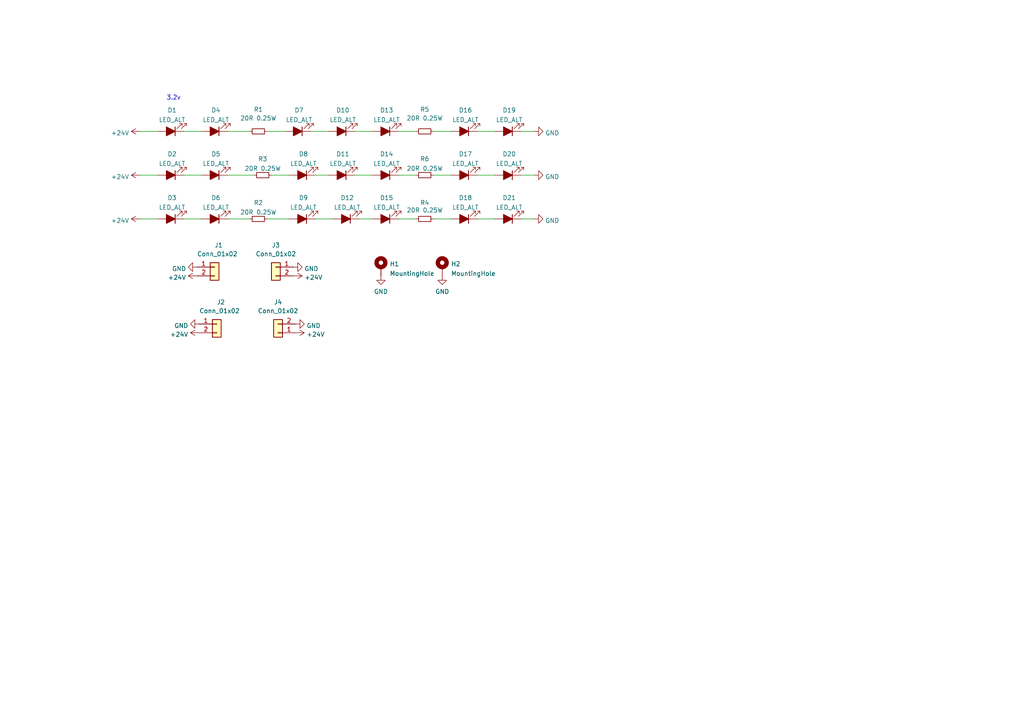
<source format=kicad_sch>
(kicad_sch (version 20211123) (generator eeschema)
  (paper "A4")
  (lib_symbols
    (symbol "Connector_Generic:Conn_01x02" (pin_names (offset 1.016) hide)
      (property "Reference" "J" (at 0 2.54 0))
      (property "Value" "Conn_01x02" (at 0 -5.08 0))
      (symbol "Conn_01x02_1_1"
        (rectangle (start -1.27 -2.413) (end 0 -2.667) (stroke (width 0.1524)))
        (rectangle (start -1.27 0.127) (end 0 -0.127) (stroke (width 0.1524)))
        (rectangle (start -1.27 1.27) (end 1.27 -3.81) (stroke (width 0.254)) (fill (type background)))
        (pin passive line (at -5.08 0 0) (length 3.81) (name "Pin_1") (number "1"))
        (pin passive line (at -5.08 -2.54 0) (length 3.81) (name "Pin_2") (number "2"))
      )
    )
    (symbol "Device:LED_ALT" (pin_numbers hide) (pin_names (offset 1.016) hide)
      (property "Reference" "D" (at 0 2.54 0))
      (property "Value" "LED_ALT" (at 0 -2.54 0))
      (symbol "LED_ALT_0_1"
        (polyline (pts (xy -1.27 -1.27) (xy -1.27 1.27)) (stroke (width 0.254)))
        (polyline (pts (xy -1.27 0) (xy 1.27 0)))
        (polyline (pts (xy 1.27 -1.27) (xy 1.27 1.27) (xy -1.27 0) (xy 1.27 -1.27)) (stroke (width 0.254)) (fill (type outline)))
        (polyline (pts (xy -3.048 -0.762) (xy -4.572 -2.286) (xy -3.81 -2.286) (xy -4.572 -2.286) (xy -4.572 -1.524)))
        (polyline (pts (xy -1.778 -0.762) (xy -3.302 -2.286) (xy -2.54 -2.286) (xy -3.302 -2.286) (xy -3.302 -1.524)))
      )
      (symbol "LED_ALT_1_1"
        (pin passive line (at -3.81 0 0) (length 2.54) (name "K") (number "1"))
        (pin passive line (at 3.81 0 180) (length 2.54) (name "A") (number "2"))
      )
    )
    (symbol "Device:R_Small" (pin_numbers hide) (pin_names (offset 0.254) hide)
      (property "Reference" "R" (at 0.762 0.508 0))
      (property "Value" "R_Small" (at 0.762 -1.016 0))
      (symbol "R_Small_0_1"
        (rectangle (start -0.762 1.778) (end 0.762 -1.778) (stroke (width 0.2032)))
      )
      (symbol "R_Small_1_1"
        (pin passive line (at 0 2.54 270) (length 0.762) (name "~") (number "1"))
        (pin passive line (at 0 -2.54 90) (length 0.762) (name "~") (number "2"))
      )
    )
    (symbol "Mechanical:MountingHole_Pad" (pin_numbers hide) (pin_names (offset 1.016) hide)
      (property "Reference" "H" (at 0 6.35 0))
      (property "Value" "MountingHole_Pad" (at 0 4.445 0))
      (symbol "MountingHole_Pad_0_1"
        (circle (center 0 1.27) (radius 1.27) (stroke (width 1.27)))
      )
      (symbol "MountingHole_Pad_1_1"
        (pin input line (at 0 -2.54 90) (length 2.54) (name "1") (number "1"))
      )
    )
    (symbol "power:+24V" (power) (pin_names (offset 0))
      (property "Value" "+24V" (at 0 3.556 0))
      (symbol "+24V_0_1"
        (polyline (pts (xy -0.762 1.27) (xy 0 2.54)))
        (polyline (pts (xy 0 0) (xy 0 2.54)))
        (polyline (pts (xy 0 2.54) (xy 0.762 1.27)))
      )
      (symbol "+24V_1_1"
        (pin power_in line (at 0 0 90) (length 0) hide (name "+24V") (number "1"))
      )
    )
    (symbol "power:GND" (power) (pin_names (offset 0))
      (property "Value" "GND" (at 0 -3.81 0))
      (symbol "GND_0_1"
        (polyline (pts (xy 0 0) (xy 0 -1.27) (xy 1.27 -1.27) (xy 0 -2.54) (xy -1.27 -1.27) (xy 0 -1.27)))
      )
      (symbol "GND_1_1"
        (pin power_in line (at 0 0 270) (length 0) hide (name "GND") (number "1"))
      )
    )
  )
  (wire (pts (xy 125.73 50.8) (xy 130.81 50.8)))
  (wire (pts (xy 102.87 50.8) (xy 107.95 50.8)))
  (wire (pts (xy 115.57 38.1) (xy 120.65 38.1)))
  (wire (pts (xy 77.47 63.5) (xy 83.82 63.5)))
  (wire (pts (xy 138.43 38.1) (xy 143.51 38.1)))
  (wire (pts (xy 53.34 63.5) (xy 58.42 63.5)))
  (wire (pts (xy 151.13 50.8) (xy 154.94 50.8)))
  (wire (pts (xy 66.04 38.1) (xy 72.39 38.1)))
  (wire (pts (xy 91.44 63.5) (xy 96.52 63.5)))
  (wire (pts (xy 125.73 38.1) (xy 130.81 38.1)))
  (wire (pts (xy 40.64 63.5) (xy 45.72 63.5)))
  (wire (pts (xy 53.34 38.1) (xy 58.42 38.1)))
  (wire (pts (xy 91.44 50.8) (xy 95.25 50.8)))
  (wire (pts (xy 115.57 63.5) (xy 120.65 63.5)))
  (wire (pts (xy 78.74 50.8) (xy 83.82 50.8)))
  (wire (pts (xy 138.43 50.8) (xy 143.51 50.8)))
  (wire (pts (xy 151.13 38.1) (xy 154.94 38.1)))
  (wire (pts (xy 151.13 63.5) (xy 154.94 63.5)))
  (wire (pts (xy 138.43 63.5) (xy 143.51 63.5)))
  (wire (pts (xy 40.64 38.1) (xy 45.72 38.1)))
  (wire (pts (xy 104.14 63.5) (xy 107.95 63.5)))
  (wire (pts (xy 90.17 38.1) (xy 95.25 38.1)))
  (wire (pts (xy 66.04 63.5) (xy 72.39 63.5)))
  (wire (pts (xy 115.57 50.8) (xy 120.65 50.8)))
  (wire (pts (xy 125.73 63.5) (xy 130.81 63.5)))
  (wire (pts (xy 53.34 50.8) (xy 58.42 50.8)))
  (wire (pts (xy 66.04 50.8) (xy 73.66 50.8)))
  (wire (pts (xy 40.64 50.8) (xy 45.72 50.8)))
  (wire (pts (xy 102.87 38.1) (xy 107.95 38.1)))
  (wire (pts (xy 77.47 38.1) (xy 82.55 38.1)))
  (text "3.2v\n" (at 48.26 29.21 0) (effects (font (size 1.27 1.27)) (justify left bottom)))
  (symbol (lib_id "Connector_Generic:Conn_01x02") (at 80.01 77.47 0) (mirror y) (unit 1)
    (property "Reference" "J3" (at 80.01 71.12 0))
    (property "Value" "Conn_01x02" (at 80.01 73.66 0))
    (property "Footprint" "Connector_JST:JST_XH_S2B-XH-A_1x02_P2.50mm_Horizontal" (effects hide))
    (property "LCSC" "C157931" (effects hide))
  )
  (symbol (lib_id "Device:LED_ALT") (at 62.23 50.8 180) (unit 1)
    (property "Reference" "D5" (at 62.6109 44.6745 0))
    (property "Value" "LED_ALT" (at 62.6109 47.4496 0))
    (property "Footprint" "LED_SMD:LED_PLCC_2835" (effects hide))
    (property "LCSC" "C2843876" (effects hide))
  )
  (symbol (lib_id "Device:LED_ALT") (at 49.53 63.5 180) (unit 1)
    (property "Reference" "D3" (at 49.9109 57.3745 0))
    (property "Value" "LED_ALT" (at 49.9109 60.1496 0))
    (property "Footprint" "LED_SMD:LED_PLCC_2835" (effects hide))
    (property "LCSC" "C2843876" (effects hide))
  )
  (symbol (lib_id "power:GND") (at 154.94 50.8 90) (unit 1)
    (property "Reference" "#PWR015" (effects hide))
    (property "Value" "GND" (at 158.115 51.279 90) (effects (justify right)))
  )
  (symbol (lib_id "power:GND") (at 154.94 63.5 90) (unit 1)
    (property "Reference" "#PWR016" (effects hide))
    (property "Value" "GND" (at 158.115 63.979 90) (effects (justify right)))
  )
  (symbol (lib_id "Device:R_Small") (at 74.93 63.5 270) (unit 1)
    (property "Reference" "R2" (at 74.93 58.7969 90))
    (property "Value" "20R 0.25W" (at 74.93 61.572 90))
    (property "Footprint" "Resistor_SMD:R_1206_3216Metric" (effects hide))
    (property "LCSC" "C17955" (effects hide))
  )
  (symbol (lib_id "power:GND") (at 85.09 77.47 90) (unit 1)
    (property "Reference" "#PWR08" (effects hide))
    (property "Value" "GND" (at 88.265 77.949 90) (effects (justify right)))
  )
  (symbol (lib_id "Device:LED_ALT") (at 134.62 63.5 180) (unit 1)
    (property "Reference" "D18" (at 135.0009 57.3745 0))
    (property "Value" "LED_ALT" (at 135.0009 60.1496 0))
    (property "Footprint" "LED_SMD:LED_PLCC_2835" (effects hide))
    (property "LCSC" "C2843876" (effects hide))
  )
  (symbol (lib_id "Device:LED_ALT") (at 147.32 50.8 180) (unit 1)
    (property "Reference" "D20" (at 147.7009 44.6745 0))
    (property "Value" "LED_ALT" (at 147.7009 47.4496 0))
    (property "Footprint" "LED_SMD:LED_PLCC_2835" (effects hide))
    (property "LCSC" "C2843876" (effects hide))
  )
  (symbol (lib_id "Device:LED_ALT") (at 100.33 63.5 180) (unit 1)
    (property "Reference" "D12" (at 100.7109 57.3745 0))
    (property "Value" "LED_ALT" (at 100.7109 60.1496 0))
    (property "Footprint" "LED_SMD:LED_PLCC_2835" (effects hide))
    (property "LCSC" "C2843876" (effects hide))
  )
  (symbol (lib_id "Device:LED_ALT") (at 86.36 38.1 180) (unit 1)
    (property "Reference" "D7" (at 86.7409 31.9745 0))
    (property "Value" "LED_ALT" (at 86.7409 34.7496 0))
    (property "Footprint" "LED_SMD:LED_PLCC_2835" (effects hide))
    (property "LCSC" "C2843876" (effects hide))
  )
  (symbol (lib_id "power:GND") (at 110.49 80.01 0) (unit 1)
    (property "Reference" "#PWR012" (effects hide))
    (property "Value" "GND" (at 110.49 84.5724 0))
  )
  (symbol (lib_id "Device:LED_ALT") (at 87.63 50.8 180) (unit 1)
    (property "Reference" "D8" (at 88.0109 44.6745 0))
    (property "Value" "LED_ALT" (at 88.0109 47.4496 0))
    (property "Footprint" "LED_SMD:LED_PLCC_2835" (effects hide))
    (property "LCSC" "C2843876" (effects hide))
  )
  (symbol (lib_id "Device:LED_ALT") (at 62.23 38.1 180) (unit 1)
    (property "Reference" "D4" (at 62.6109 31.9745 0))
    (property "Value" "LED_ALT" (at 62.6109 34.7496 0))
    (property "Footprint" "LED_SMD:LED_PLCC_2835" (effects hide))
    (property "LCSC" "C2843876" (effects hide))
  )
  (symbol (lib_id "Device:R_Small") (at 76.2 50.8 270) (unit 1)
    (property "Reference" "R3" (at 76.2 46.0969 90))
    (property "Value" "20R 0.25W" (at 76.2 48.872 90))
    (property "Footprint" "Resistor_SMD:R_1206_3216Metric" (effects hide))
    (property "LCSC" "C17955" (effects hide))
  )
  (symbol (lib_id "Device:LED_ALT") (at 62.23 63.5 180) (unit 1)
    (property "Reference" "D6" (at 62.6109 57.3745 0))
    (property "Value" "LED_ALT" (at 62.6109 60.1496 0))
    (property "Footprint" "LED_SMD:LED_PLCC_2835" (effects hide))
    (property "LCSC" "C2843876" (effects hide))
  )
  (symbol (lib_id "Device:LED_ALT") (at 111.76 50.8 180) (unit 1)
    (property "Reference" "D14" (at 112.1409 44.6745 0))
    (property "Value" "LED_ALT" (at 112.1409 47.4496 0))
    (property "Footprint" "LED_SMD:LED_PLCC_2835" (effects hide))
    (property "LCSC" "C2843876" (effects hide))
  )
  (symbol (lib_id "power:GND") (at 85.725 93.98 90) (unit 1)
    (property "Reference" "#PWR010" (effects hide))
    (property "Value" "GND" (at 88.9 94.459 90) (effects (justify right)))
  )
  (symbol (lib_id "power:+24V") (at 40.64 50.8 90) (unit 1)
    (property "Reference" "#PWR02" (effects hide))
    (property "Value" "+24V" (at 37.465 51.279 90) (effects (justify left)))
  )
  (symbol (lib_id "Connector_Generic:Conn_01x02") (at 62.865 93.98 0) (unit 1)
    (property "Reference" "J2" (at 62.865 87.63 0) (effects (justify left)))
    (property "Value" "Conn_01x02" (at 57.785 90.17 0) (effects (justify left)))
    (property "Footprint" "Connector_PinSocket_2.54mm:PinSocket_1x02_P2.54mm_Horizontal" (effects hide))
    (property "LCSC" "C2932679" (effects hide))
  )
  (symbol (lib_id "Mechanical:MountingHole_Pad") (at 128.27 77.47 0) (unit 1) (in_bom no)
    (property "Reference" "H2" (at 130.81 76.5615 0) (effects (justify left)))
    (property "Value" "MountingHole" (at 130.81 79.3366 0) (effects (justify left)))
    (property "Footprint" "MountingHole:MountingHole_3.2mm_M3_Pad_Via" (effects hide))
  )
  (symbol (lib_id "power:GND") (at 128.27 80.01 0) (unit 1)
    (property "Reference" "#PWR013" (effects hide))
    (property "Value" "GND" (at 128.27 84.5724 0))
  )
  (symbol (lib_id "Device:LED_ALT") (at 49.53 38.1 180) (unit 1)
    (property "Reference" "D1" (at 49.9109 31.9745 0))
    (property "Value" "LED_ALT" (at 49.9109 34.7496 0))
    (property "Footprint" "LED_SMD:LED_PLCC_2835" (effects hide))
    (property "LCSC" "C2843876" (effects hide))
  )
  (symbol (lib_id "Device:LED_ALT") (at 134.62 38.1 180) (unit 1)
    (property "Reference" "D16" (at 135.0009 31.9745 0))
    (property "Value" "LED_ALT" (at 135.0009 34.7496 0))
    (property "Footprint" "LED_SMD:LED_PLCC_2835" (effects hide))
    (property "LCSC" "C2843876" (effects hide))
  )
  (symbol (lib_id "power:+24V") (at 57.785 96.52 90) (unit 1)
    (property "Reference" "#PWR07" (effects hide))
    (property "Value" "+24V" (at 54.61 96.999 90) (effects (justify left)))
  )
  (symbol (lib_id "power:GND") (at 57.785 93.98 270) (unit 1)
    (property "Reference" "#PWR06" (effects hide))
    (property "Value" "GND" (at 54.61 94.459 90) (effects (justify right)))
  )
  (symbol (lib_id "power:+24V") (at 57.15 80.01 90) (unit 1)
    (property "Reference" "#PWR05" (effects hide))
    (property "Value" "+24V" (at 53.975 80.489 90) (effects (justify left)))
  )
  (symbol (lib_id "power:GND") (at 57.15 77.47 270) (unit 1)
    (property "Reference" "#PWR04" (effects hide))
    (property "Value" "GND" (at 53.975 77.949 90) (effects (justify right)))
  )
  (symbol (lib_id "power:+24V") (at 85.09 80.01 270) (unit 1)
    (property "Reference" "#PWR09" (effects hide))
    (property "Value" "+24V" (at 88.2649 80.489 90) (effects (justify left)))
  )
  (symbol (lib_id "Device:LED_ALT") (at 134.62 50.8 180) (unit 1)
    (property "Reference" "D17" (at 135.0009 44.6745 0))
    (property "Value" "LED_ALT" (at 135.0009 47.4496 0))
    (property "Footprint" "LED_SMD:LED_PLCC_2835" (effects hide))
    (property "LCSC" "C2843876" (effects hide))
  )
  (symbol (lib_id "power:+24V") (at 85.725 96.52 270) (unit 1)
    (property "Reference" "#PWR011" (effects hide))
    (property "Value" "+24V" (at 88.8999 96.999 90) (effects (justify left)))
  )
  (symbol (lib_id "Device:R_Small") (at 123.19 63.5 270) (unit 1)
    (property "Reference" "R4" (at 123.19 58.7969 90))
    (property "Value" "20R 0.25W" (at 123.19 60.96 90))
    (property "Footprint" "Resistor_SMD:R_1206_3216Metric" (effects hide))
    (property "LCSC" "C17955" (effects hide))
  )
  (symbol (lib_id "Device:LED_ALT") (at 99.06 38.1 180) (unit 1)
    (property "Reference" "D10" (at 99.4409 31.9745 0))
    (property "Value" "LED_ALT" (at 99.4409 34.7496 0))
    (property "Footprint" "LED_SMD:LED_PLCC_2835" (effects hide))
    (property "LCSC" "C2843876" (effects hide))
  )
  (symbol (lib_id "Device:LED_ALT") (at 111.76 38.1 180) (unit 1)
    (property "Reference" "D13" (at 112.1409 31.9745 0))
    (property "Value" "LED_ALT" (at 112.1409 34.7496 0))
    (property "Footprint" "LED_SMD:LED_PLCC_2835" (effects hide))
    (property "LCSC" "C2843876" (effects hide))
  )
  (symbol (lib_id "power:GND") (at 154.94 38.1 90) (unit 1)
    (property "Reference" "#PWR014" (effects hide))
    (property "Value" "GND" (at 158.115 38.579 90) (effects (justify right)))
  )
  (symbol (lib_id "Device:R_Small") (at 74.93 38.1 270) (unit 1)
    (property "Reference" "R1" (at 74.93 31.75 90))
    (property "Value" "20R 0.25W" (at 74.93 34.29 90))
    (property "Footprint" "Resistor_SMD:R_1206_3216Metric" (effects hide))
    (property "LCSC" "C17955" (effects hide))
  )
  (symbol (lib_id "Device:R_Small") (at 123.19 38.1 270) (unit 1)
    (property "Reference" "R5" (at 123.19 31.75 90))
    (property "Value" "20R 0.25W" (at 123.19 34.29 90))
    (property "Footprint" "Resistor_SMD:R_1206_3216Metric" (effects hide))
    (property "LCSC" "C17955" (effects hide))
  )
  (symbol (lib_id "Connector_Generic:Conn_01x02") (at 80.645 96.52 180) (unit 1)
    (property "Reference" "J4" (at 80.645 87.63 0))
    (property "Value" "Conn_01x02" (at 80.645 90.17 0))
    (property "Footprint" "Connector_PinSocket_2.54mm:PinSocket_1x02_P2.54mm_Horizontal" (effects hide))
    (property "LCSC" "C2932679" (effects hide))
  )
  (symbol (lib_id "power:+24V") (at 40.64 38.1 90) (unit 1)
    (property "Reference" "#PWR01" (effects hide))
    (property "Value" "+24V" (at 37.465 38.579 90) (effects (justify left)))
  )
  (symbol (lib_id "power:+24V") (at 40.64 63.5 90) (unit 1)
    (property "Reference" "#PWR03" (effects hide))
    (property "Value" "+24V" (at 37.465 63.979 90) (effects (justify left)))
  )
  (symbol (lib_id "Connector_Generic:Conn_01x02") (at 62.23 77.47 0) (unit 1)
    (property "Reference" "J1" (at 62.23 71.12 0) (effects (justify left)))
    (property "Value" "Conn_01x02" (at 57.15 73.66 0) (effects (justify left)))
    (property "Footprint" "Connector_JST:JST_XH_S2B-XH-A_1x02_P2.50mm_Horizontal" (effects hide))
    (property "LCSC" "C157931" (effects hide))
  )
  (symbol (lib_id "Mechanical:MountingHole_Pad") (at 110.49 77.47 0) (unit 1) (in_bom no)
    (property "Reference" "H1" (at 113.03 76.5615 0) (effects (justify left)))
    (property "Value" "MountingHole" (at 113.03 79.3366 0) (effects (justify left)))
    (property "Footprint" "MountingHole:MountingHole_3.2mm_M3_Pad_Via" (effects hide))
  )
  (symbol (lib_id "Device:LED_ALT") (at 147.32 63.5 180) (unit 1)
    (property "Reference" "D21" (at 147.7009 57.3745 0))
    (property "Value" "LED_ALT" (at 147.7009 60.1496 0))
    (property "Footprint" "LED_SMD:LED_PLCC_2835" (effects hide))
    (property "LCSC" "C2843876" (effects hide))
  )
  (symbol (lib_id "Device:R_Small") (at 123.19 50.8 270) (unit 1)
    (property "Reference" "R6" (at 123.19 46.0969 90))
    (property "Value" "20R 0.25W" (at 123.19 48.872 90))
    (property "Footprint" "Resistor_SMD:R_1206_3216Metric" (effects hide))
    (property "LCSC" "C17955" (effects hide))
  )
  (symbol (lib_id "Device:LED_ALT") (at 49.53 50.8 180) (unit 1)
    (property "Reference" "D2" (at 49.9109 44.6745 0))
    (property "Value" "LED_ALT" (at 49.9109 47.4496 0))
    (property "Footprint" "LED_SMD:LED_PLCC_2835" (effects hide))
    (property "LCSC" "C2843876" (effects hide))
  )
  (symbol (lib_id "Device:LED_ALT") (at 87.63 63.5 180) (unit 1)
    (property "Reference" "D9" (at 88.0109 57.3745 0))
    (property "Value" "LED_ALT" (at 88.0109 60.1496 0))
    (property "Footprint" "LED_SMD:LED_PLCC_2835" (effects hide))
    (property "LCSC" "C2843876" (effects hide))
  )
  (symbol (lib_id "Device:LED_ALT") (at 147.32 38.1 180) (unit 1)
    (property "Reference" "D19" (at 147.7009 31.9745 0))
    (property "Value" "LED_ALT" (at 147.7009 34.7496 0))
    (property "Footprint" "LED_SMD:LED_PLCC_2835" (effects hide))
    (property "LCSC" "C2843876" (effects hide))
  )
  (symbol (lib_id "Device:LED_ALT") (at 111.76 63.5 180) (unit 1)
    (property "Reference" "D15" (at 112.1409 57.3745 0))
    (property "Value" "LED_ALT" (at 112.1409 60.1496 0))
    (property "Footprint" "LED_SMD:LED_PLCC_2835" (effects hide))
    (property "LCSC" "C2843876" (effects hide))
  )
  (symbol (lib_id "Device:LED_ALT") (at 99.06 50.8 180) (unit 1)
    (property "Reference" "D11" (at 99.4409 44.6745 0))
    (property "Value" "LED_ALT" (at 99.4409 47.4496 0))
    (property "Footprint" "LED_SMD:LED_PLCC_2835" (effects hide))
    (property "LCSC" "C2843876" (effects hide))
  )
)
</source>
